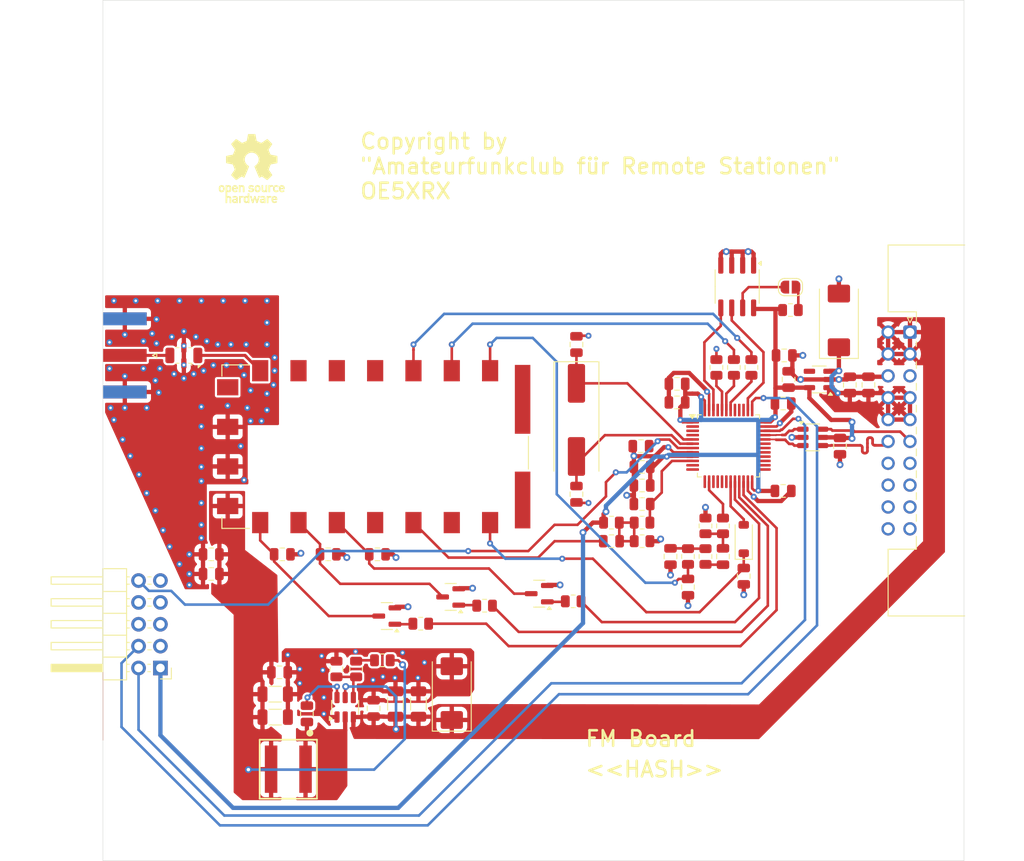
<source format=kicad_pcb>
(kicad_pcb (version 20241229) (generator "pcbnew") (generator_version "9.0")
  (title_block (title "FM Module") (rev "<<HASH>>") (company "Amateurfunkclub für Remote Stationen") (comment 1 "JLC04161H-7628"))
  (layers (0 "F.Cu" signal) (4 "In1.Cu" power) (6 "In2.Cu" power) (2 "B.Cu" signal) (13 "F.Paste" user) (15 "B.Paste" user) (5 "F.SilkS" user "F.Silkscreen") (7 "B.SilkS" user "B.Silkscreen") (1 "F.Mask" user) (3 "B.Mask" user) (25 "Edge.Cuts" user))
  (net 0 "")
  (net 1 "GND")
  (net 2 "+3V3")
  (net 3 "+5V")
  (net 4 "+12V")
  (net 5 "/Connector and CPU/nRESET")
  (net 6 "Net-(U201-PF0)")
  (net 7 "Net-(U201-PF1)")
  (net 8 "/ANT")
  (net 9 "Net-(U201-BOOT0)")
  (net 10 "/MIC_IN")
  (net 11 "/AF_OUT")
  (net 12 "/nPTT")
  (net 13 "/RADIO_RX")
  (net 14 "/RADIO_TX")
  (net 15 "/H_L_Power")
  (net 16 "/nPOWER_DOWN")
  (net 17 "/nSQUELCH")
  (net 20 "/Connector and CPU/SWCLK")
  (net 21 "/Connector and CPU/SWDIO")
  (net 25 "/Connector and CPU/I2C_SCL_MEM")
  (net 30 "/Connector and CPU/I2C_SCL")
  (net 31 "/Connector and CPU/I2C_SDA_MEM")
  (net 34 "/Connector and CPU/I2C_SDA")
  (net 37 "Net-(C301-Pad1)")
  (net 38 "Net-(C301-Pad2)")
  (net 39 "/ADC")
  (net 40 "/Connector and CPU/GPIO4")
  (net 41 "/LPF")
  (net 42 "Net-(C401-Pad1)")
  (net 45 "/GPIO3")
  (net 46 "/GPIO1")
  (net 47 "/DAC")
  (net 48 "/GPIO2")
  (net 49 "/Connector and CPU/USART_RX")
  (net 50 "/Connector and CPU/USART_TX")
  (net 52 "Net-(JP201-A)")
  (net 53 "Net-(JP201-B)")
  (net 66 "Net-(Q501-G)")
  (net 67 "Net-(Q601-G)")
  (net 68 "Net-(Q701-G)")
  (net 69 "Net-(C302-Pad1)")
  (net 71 "+5V_HF")
  (net 72 "/Connector and CPU/USB+")
  (net 73 "/Connector and CPU/USB-")
  (net 74 "/Connector and CPU/NS_USB+")
  (net 75 "/Connector and CPU/NS_USB-")
  (net 76 "/5V/TPS_SW")
  (net 77 "Net-(U801-CB)")
  (net 78 "Net-(R801-Pad2)")
  (net 79 "Net-(U801-FB)")
  (footprint "Resistor_SMD:R_0805_2012Metric" (layer "F.Cu") (at 134.8255 108.722 180)
    (property "Reference" "R501" (hide yes))
    (property "Value" "10k" (hide yes))
  )
  (footprint "Package_SO:SOIC-8_3.9x4.9mm_P1.27mm" (layer "F.Cu") (at 171.577 69.545 -90)
    (property "Reference" "U202" (hide yes))
    (property "Value" "CAT24C32" (hide yes))
  )
  (footprint "Capacitor_SMD:C_0805_2012Metric" (layer "F.Cu") (at 129.794 100.66 180)
    (property "Reference" "C601" (hide yes))
    (property "Value" "10nF/NP0" (hide yes))
  )
  (footprint "Package_TO_SOT_SMD:SOT-23-6" (layer "F.Cu") (at 180.34 87.071)
    (property "Reference" "U204" (hide yes))
    (property "Value" "USBLC6-2SC6" (hide yes))
  )
  (footprint "Capacitor_SMD:C_0805_2012Metric" (layer "F.Cu") (at 169.926 100.914 90)
    (property "Reference" "C301" (hide yes))
    (property "Value" "4.7u/10V/X5R" (hide yes))
  )
  (footprint "Resistor_SMD:R_0805_2012Metric" (layer "F.Cu") (at 130.368 112.9735 180)
    (property "Reference" "R801" (hide yes))
    (property "Value" "49R9" (hide yes))
  )
  (footprint "Resistor_SMD:R_0805_2012Metric" (layer "F.Cu") (at 152.527 106.121 180)
    (property "Reference" "R601" (hide yes))
    (property "Value" "10k" (hide yes))
  )
  (footprint "Capacitor_SMD:C_1206_3216Metric" (layer "F.Cu") (at 134.559 118.0535 90)
    (property "Reference" "C802" (hide yes))
    (property "Value" "10u" (hide yes))
  )
  (footprint "MountingHole:MountingHole_3.2mm_M3" (layer "F.Cu") (at 102.917 128.771)
    (property "Reference" "H102" (hide yes))
    (property "Value" "MountingHole" (hide yes))
  )
  (footprint "Capacitor_SMD:C_0805_2012Metric" (layer "F.Cu") (at 160.528 92.659)
    (property "Reference" "C209" (hide yes))
    (property "Value" "4.7u/10V/X5R" (hide yes))
  )
  (footprint "Symbol:OSHW-Logo_7.5x8mm_SilkScreen" (layer "F.Cu") (at 115.189 55.829)
    (property "Reference" "#SYM101" (hide yes))
    (property "Value" "OSHW-Logo_7.5x8mm_SilkScreen" (hide yes))
  )
  (footprint "Capacitor_SMD:C_0805_2012Metric" (layer "F.Cu") (at 160.401 88.087 180)
    (property "Reference" "C201" (hide yes))
    (property "Value" "100nF" (hide yes))
  )
  (footprint "Connector_Coaxial:SMA_Amphenol_132289_EdgeMount" (layer "F.Cu") (at 100.457 77.546 180)
    (property "Reference" "J101" (hide yes))
    (property "Value" "Conn_Coaxial" (hide yes))
  )
  (footprint "Jumper:SolderJumper-2_P1.3mm_Open_RoundedPad1.0x1.5mm" (layer "F.Cu") (at 177.7615 69.607)
    (property "Reference" "JP201" (hide yes))
    (property "Value" "SolderJumper_2_Open" (hide yes))
  )
  (footprint "Capacitor_SMD:C_1206_3216Metric" (layer "F.Cu") (at 117.922 116.9105 180)
    (property "Reference" "C807" (hide yes))
    (property "Value" "22u" (hide yes))
  )
  (footprint "Capacitor_SMD:C_0805_2012Metric" (layer "F.Cu") (at 124.079 100.66 180)
    (property "Reference" "C701" (hide yes))
    (property "Value" "10nF/NP0" (hide yes))
  )
  (footprint "PRJ:PCN10C-20S-2.54DS" (layer "F.Cu") (at 191.643 74.841 -90)
    (property "Reference" "J202" (hide yes))
    (property "Value" "Conn_02x10_Row_Letter_First" (hide yes))
  )
  (footprint "Capacitor_SMD:C_0805_2012Metric" (layer "F.Cu") (at 186.817 80.975 90)
    (property "Reference" "C211" (hide yes))
    (property "Value" "1uF" (hide yes))
  )
  (footprint "Package_TO_SOT_SMD:SOT-23-5" (layer "F.Cu") (at 181.102 80.34 180)
    (property "Reference" "U203" (hide yes))
    (property "Value" "TLV73333PQDBVRQ1" (hide yes))
  )
  (footprint "Resistor_SMD:R_0805_2012Metric" (layer "F.Cu") (at 167.894 100.914 90)
    (property "Reference" "R303" (hide yes))
    (property "Value" "10k" (hide yes))
  )
  (footprint "Capacitor_SMD:C_0805_2012Metric" (layer "F.Cu") (at 152.908 76.276 90)
    (property "Reference" "C203" (hide yes))
    (property "Value" "30pF" (hide yes))
  )
  (footprint "Capacitor_SMD:C_0805_2012Metric" (layer "F.Cu") (at 163.83 100.914 -90)
    (property "Reference" "C302" (hide yes))
    (property "Value" "5.6nF/X7R/100V" (hide yes))
  )
  (footprint "Capacitor_SMD:C_0805_2012Metric" (layer "F.Cu") (at 110.49 100.66)
    (property "Reference" "C101" (hide yes))
    (property "Value" "100nF" (hide yes))
  )
  (footprint "Resistor_SMD:R_0805_2012Metric" (layer "F.Cu") (at 160.528 96.977)
    (property "Reference" "R403" (hide yes))
    (property "Value" "2k2" (hide yes))
  )
  (footprint "Crystal:Crystal_SMD_HC49-SD" (layer "F.Cu") (at 152.908 85.039 -90)
    (property "Reference" "Y201" (hide yes))
    (property "Value" "8MHz / 20pF" (hide yes))
  )
  (footprint "Capacitor_SMD:C_1206_3216Metric" (layer "F.Cu") (at 131.892 118.0535 90)
    (property "Reference" "C803" (hide yes))
    (property "Value" "10u" (hide yes))
  )
  (footprint "Capacitor_SMD:C_0805_2012Metric" (layer "F.Cu") (at 177.546 80.34 90)
    (property "Reference" "C212" (hide yes))
    (property "Value" "1uF" (hide yes))
  )
  (footprint "Capacitor_Tantalum_SMD:CP_EIA-7343-43_Kemet-X" (layer "F.Cu") (at 138.43 116.789 90)
    (property "Reference" "C104" (hide yes))
    (property "Value" "100u / 25V" (hide yes))
  )
  (footprint "Package_TO_SOT_SMD:SOT-23" (layer "F.Cu") (at 138.303 105.613 180)
    (property "Reference" "Q701" (hide yes))
    (property "Value" "2N7002" (hide yes))
  )
  (footprint "PRJ:WE-XHMI_6060" (layer "F.Cu") (at 119.446 125.628 -90)
    (property "Reference" "L801" (hide yes))
    (property "Value" "6.8u" (hide yes))
  )
  (footprint "Capacitor_SMD:C_0805_2012Metric" (layer "F.Cu") (at 118.43 114.3705 180)
    (property "Reference" "C808" (hide yes))
    (property "Value" "100n" (hide yes))
  )
  (footprint "Package_TO_SOT_SMD:SOT-23-6" (layer "F.Cu") (at 126.05 118.4345 90)
    (property "Reference" "U801" (hide yes))
    (property "Value" "LMR51430 500kHz" (hide yes))
  )
  (footprint "Capacitor_SMD:C_0805_2012Metric" (layer "F.Cu") (at 177.038 77.546 180)
    (property "Reference" "C214" (hide yes))
    (property "Value" "100nF" (hide yes))
  )
  (footprint "Capacitor_SMD:C_0805_2012Metric" (layer "F.Cu") (at 121.605 119.1965 -90)
    (property "Reference" "C805" (hide yes))
    (property "Value" "100n" (hide yes))
  )
  (footprint "Capacitor_SMD:C_0805_2012Metric" (layer "F.Cu") (at 176.911 83.134 180)
    (property "Reference" "C204" (hide yes))
    (property "Value" "100nF" (hide yes))
  )
  (footprint "Capacitor_SMD:C_0805_2012Metric" (layer "F.Cu") (at 160.528 90.5)
    (property "Reference" "C208" (hide yes))
    (property "Value" "100nF" (hide yes))
  )
  (footprint "Resistor_SMD:R_0805_2012Metric" (layer "F.Cu") (at 169.926 97.358 -90)
    (property "Reference" "R301" (hide yes))
    (property "Value" "56k" (hide yes))
  )
  (footprint "Resistor_SMD:R_0805_2012Metric" (layer "F.Cu") (at 171.196 78.943 -90)
    (property "Reference" "R102" (hide yes))
    (property "Value" "220" (hide yes))
  )
  (footprint "Resistor_SMD:R_0805_2012Metric" (layer "F.Cu") (at 125.034 113.9895 90)
    (property "Reference" "R803" (hide yes))
    (property "Value" "13k7" (hide yes))
  )
  (footprint "Capacitor_Tantalum_SMD:CP_EIA-7343-43_Kemet-X" (layer "F.Cu") (at 183.388 73.482 90)
    (property "Reference" "C213" (hide yes))
    (property "Value" "100u / 25V" (hide yes))
  )
  (footprint "Resistor_SMD:R_0805_2012Metric" (layer "F.Cu") (at 169.164 78.943 90)
    (property "Reference" "R201" (hide yes))
    (property "Value" "2k2" (hide yes))
  )
  (footprint "Resistor_SMD:R_0805_2012Metric" (layer "F.Cu") (at 156.972 96.977 180)
    (property "Reference" "R401" (hide yes))
    (property "Value" "5k1" (hide yes))
  )
  (footprint "Capacitor_SMD:C_0805_2012Metric" (layer "F.Cu") (at 152.908 93.675 -90)
    (property "Reference" "C205" (hide yes))
    (property "Value" "30pF" (hide yes))
  )
  (footprint "Diode_SMD:D_SOD-123" (layer "F.Cu") (at 172.339 98.882 90)
    (property "Reference" "D101" (hide yes))
    (property "Value" "BAT43W-V" (hide yes))
  )
  (footprint "Capacitor_SMD:C_0805_2012Metric" (layer "F.Cu") (at 172.339 103.2 90)
    (property "Reference" "C103" (hide yes))
    (property "Value" "10nF/NP0" (hide yes))
  )
  (footprint "Resistor_SMD:R_0805_2012Metric" (layer "F.Cu") (at 160.528 99.136 180)
    (property "Reference" "R402" (hide yes))
    (property "Value" "5k1" (hide yes))
  )
  (footprint "Package_QFP:LQFP-48_7x7mm_P0.5mm" (layer "F.Cu") (at 170.565 88.0585)
    (property "Reference" "U201" (hide yes))
    (property "Value" "STM32F302CBTx" (hide yes))
  )
  (footprint "PRJ:DRA818" (layer "F.Cu") (at 129.53 88.149)
    (property "Reference" "U101" (hide yes))
    (property "Value" "SA818V" (hide yes))
  )
  (footprint "Capacitor_SMD:C_0805_2012Metric" (layer "F.Cu") (at 176.911 93.294 180)
    (property "Reference" "C202" (hide yes))
    (property "Value" "100nF" (hide yes))
  )
  (footprint "Package_TO_SOT_SMD:SOT-23" (layer "F.Cu") (at 130.8885 107.833 180)
    (property "Reference" "Q501" (hide yes))
    (property "Value" "2N7002" (hide yes))
  )
  (footprint "Resistor_SMD:R_0805_2012Metric" (layer "F.Cu") (at 165.862 100.914 -90)
    (property "Reference" "R304" (hide yes))
    (property "Value" "10k" (hide yes))
  )
  (footprint "Capacitor_SMD:C_0805_2012Metric" (layer "F.Cu") (at 129.352 118.5615 90)
    (property "Reference" "C804" (hide yes))
    (property "Value" "100n" (hide yes))
  )
  (footprint "Connector_PinHeader_2.54mm:PinHeader_2x05_P2.54mm_Horizontal" (layer "F.Cu") (at 104.593 113.868 180)
    (property "Reference" "J201" (hide yes))
    (property "Value" "Conn_ARM_JTAG_SWD_10" (hide yes))
  )
  (footprint "Capacitor_SMD:C_0805_2012Metric" (layer "F.Cu") (at 164.592 83.007)
    (property "Reference" "C207" (hide yes))
    (property "Value" "4.7u/10V/X5R" (hide yes))
  )
  (footprint "Filter:Filter_Mini-Circuits_FV1206" (layer "F.Cu") (at 107.315 77.546 180)
    (property "Reference" "FL101" (hide yes))
    (property "Value" "LFCN-180/490" (hide yes))
  )
  (footprint "Capacitor_SMD:C_0805_2012Metric" (layer "F.Cu") (at 160.528 94.818)
    (property "Reference" "C402" (hide yes))
    (property "Value" "10nF/NP0" (hide yes))
  )
  (footprint "Capacitor_SMD:C_1206_3216Metric" (layer "F.Cu") (at 117.922 119.5775 180)
    (property "Reference" "C806" (hide yes))
    (property "Value" "22u" (hide yes))
  )
  (footprint "Package_TO_SOT_SMD:SOT-23" (layer "F.Cu") (at 148.59 105.232 180)
    (property "Reference" "Q601" (hide yes))
    (property "Value" "2N7002" (hide yes))
  )
  (footprint "Resistor_SMD:R_0805_2012Metric" (layer "F.Cu") (at 167.894 97.358 90)
    (property "Reference" "R302" (hide yes))
    (property "Value" "10k" (hide yes))
  )
  (footprint "Resistor_SMD:R_0805_2012Metric" (layer "F.Cu") (at 177.7615 72.274)
    (property "Reference" "R202" (hide yes))
    (property "Value" "3k9" (hide yes))
  )
  (footprint "MountingHole:MountingHole_3.2mm_M3" (layer "F.Cu") (at 102.917 43.771)
    (property "Reference" "H101" (hide yes))
    (property "Value" "MountingHole" (hide yes))
  )
  (footprint "Capacitor_SMD:C_0805_2012Metric" (layer "F.Cu") (at 183.515 88.087 -90)
    (property "Reference" "C215" (hide yes))
    (property "Value" "100nF" (hide yes))
  )
  (footprint "Capacitor_SMD:C_0805_2012Metric" (layer "F.Cu") (at 118.745 100.66 180)
    (property "Reference" "C501" (hide yes))
    (property "Value" "10nF/NP0" (hide yes))
  )
  (footprint "Resistor_SMD:R_0805_2012Metric" (layer "F.Cu") (at 142.24 106.629 180)
    (property "Reference" "R701" (hide yes))
    (property "Value" "10k" (hide yes))
  )
  (footprint "Capacitor_SMD:C_0805_2012Metric" (layer "F.Cu") (at 184.658 80.975 -90)
    (property "Reference" "C210" (hide yes))
    (property "Value" "100nF" (hide yes))
  )
  (footprint "Capacitor_SMD:C_0805_2012Metric" (layer "F.Cu") (at 110.49 102.946)
    (property "Reference" "C102" (hide yes))
    (property "Value" "10uF" (hide yes))
  )
  (footprint "Capacitor_SMD:C_0805_2012Metric" (layer "F.Cu") (at 156.972 99.136 180)
    (property "Reference" "C401" (hide yes))
    (property "Value" "4.7u/10V/X5R" (hide yes))
  )
  (footprint "Capacitor_SMD:C_0805_2012Metric" (layer "F.Cu") (at 165.862 104.47 -90)
    (property "Reference" "C303" (hide yes))
    (property "Value" "5.6nF/X7R/100V" (hide yes))
  )
  (footprint "Capacitor_SMD:C_0805_2012Metric" (layer "F.Cu") (at 164.592 80.848)
    (property "Reference" "C206" (hide yes))
    (property "Value" "100nF" (hide yes))
  )
  (footprint "Resistor_SMD:R_0805_2012Metric" (layer "F.Cu") (at 173.228 78.943 -90)
    (property "Reference" "R101" (hide yes))
    (property "Value" "220" (hide yes))
  )
  (footprint "Resistor_SMD:R_0805_2012Metric" (layer "F.Cu") (at 127.32 113.9895 -90)
    (property "Reference" "R802" (hide yes))
    (property "Value" "100k" (hide yes))
  )
  (gr_line (start 97.917 114.376) (end 97.917 122.25) (stroke (width 0.1)) (layer "B.SilkS"))
  (gr_rect (start 97.917 36.271) (end 197.917 136.271) (stroke (width 0.05)) (fill no) (layer "Edge.Cuts"))
  (gr_text "Copyright by\n{dblquote}Amateurfunkclub für Remote Stationen{dblquote}\nOE5XRX" (at 127.635 59.512 0) (layer "F.SilkS") (effects (font (size 1.8 1.8) (thickness 0.3) (bold yes)) (justify left bottom)))
  (gr_text "<<HASH>>" (at 153.797 126.695 0) (layer "F.SilkS") (effects (font (size 1.8 1.8) (thickness 0.3) (bold yes)) (justify left bottom)))
  (gr_text "FM Board" (at 153.797 123.139 0) (layer "F.SilkS") (effects (font (size 1.8 1.8) (thickness 0.3) (bold yes)) (justify left bottom)))
  (segment (start 152.908 75.26) (end 154.305 75.26) (width 0.3) (layer "F.Cu") (net 1))
  (segment (start 183.515 90.246) (end 183.515 89.037) (width 0.5) (layer "F.Cu") (net 1))
  (segment (start 159.578 92.659) (end 159.578 90.5) (width 0.5) (layer "F.Cu") (net 1))
  (segment (start 177.861 83.134) (end 177.861 84.089) (width 0.5) (layer "F.Cu") (net 1))
  (segment (start 163.642 83.007) (end 163.642 80.848) (width 0.5) (layer "F.Cu") (net 1))
  (segment (start 168.072287 81.762238) (end 168.072287 81.654995) (width 0.5) (layer "F.Cu") (net 1))
  (segment (start 169.926 65.481) (end 169.672 65.735) (width 0.5) (layer "F.Cu") (net 1))
  (segment (start 140.843 104.597) (end 139.3065 104.597) (width 0.5) (layer "F.Cu") (net 1))
  (segment (start 173.482 65.735) (end 173.228 65.481) (width 0.5) (layer "F.Cu") (net 1))
  (segment (start 176.53 85.42) (end 176.1415 85.8085) (width 0.3) (layer "F.Cu") (net 1))
  (segment (start 168.315 82.004951) (end 168.072287 81.762238) (width 0.3) (layer "F.Cu") (net 1))
  (segment (start 125.869 100.66) (end 126.238 101.029) (width 0.5) (layer "F.Cu") (net 1))
  (segment (start 130.744 100.66) (end 131.584 100.66) (width 0.5) (layer "F.Cu") (net 1))
  (segment (start 186.817 80.025) (end 184.658 80.025) (width 0.5) (layer "F.Cu") (net 1))
  (segment (start 176.1415 85.8085) (end 174.7275 85.8085) (width 0.3) (layer "F.Cu") (net 1))
  (segment (start 164.1705 88.8085) (end 163.576 88.214) (width 0.3) (layer "F.Cu") (net 1))
  (segment (start 182.2395 80.34) (end 178.623 80.34) (width 0.5) (layer "F.Cu") (net 1))
  (segment (start 162.025292 89.263) (end 159.611 89.263) (width 0.5) (layer "F.Cu") (net 1))
  (segment (start 169.672 65.735) (end 169.672 67.197) (width 0.5) (layer "F.Cu") (net 1))
  (segment (start 169.164 78.007) (end 169.164 76.784) (width 0.3) (layer "F.Cu") (net 1))
  (segment (start 149.5935 104.216) (end 149.5275 104.282) (width 0.5) (layer "F.Cu") (net 1))
  (segment (start 166.4025 88.8085) (end 164.1705 88.8085) (width 0.3) (layer "F.Cu") (net 1))
  (segment (start 172.815 92.221) (end 172.815 93.28805) (width 0.3) (layer "F.Cu") (net 1))
  (segment (start 119.695 100.66) (end 120.777 100.66) (width 0.5) (layer "F.Cu") (net 1))
  (segment (start 154.3 94.686) (end 154.305 94.691) (width 0.3) (layer "F.Cu") (net 1))
  (segment (start 172.339 104.15) (end 172.339 105.359) (width 0.5) (layer "F.Cu") (net 1))
  (segment (start 131.584 100.66) (end 131.953 101.029) (width 0.5) (layer "F.Cu") (net 1))
  (segment (start 173.499975 93.973025) (end 173.99695 94.47) (width 0.5) (layer "F.Cu") (net 1))
  (segment (start 131.953 106.756) (end 131.826 106.883) (width 0.5) (layer "F.Cu") (net 1))
  (segment (start 168.315 83.896) (end 168.315 82.004951) (width 0.3) (layer "F.Cu") (net 1))
  (segment (start 159.578 93.802) (end 159.578 94.818) (width 0.5) (layer "F.Cu") (net 1))
  (segment (start 172.212 67.197) (end 172.212 65.481) (width 0.5) (layer "F.Cu") (net 1))
  (segment (start 170.942 65.481) (end 169.926 65.481) (width 0.5) (layer "F.Cu") (net 1))
  (segment (start 173.482 67.197) (end 173.482 65.735) (width 0.5) (layer "F.Cu") (net 1))
  (segment (start 179.2025 87.071) (end 177.927 87.071) (width 0.5) (layer "F.Cu") (net 1))
  (segment (start 163.83 101.864) (end 163.83 103.073) (width 0.5) (layer "F.Cu") (net 1))
  (segment (start 172.815 93.28805) (end 173.499975 93.973025) (width 0.3) (layer "F.Cu") (net 1))
  (segment (start 151.003 104.216) (end 149.5935 104.216) (width 0.5) (layer "F.Cu") (net 1))
  (segment (start 139.3065 104.597) (end 139.2405 104.663) (width 0.5) (layer "F.Cu") (net 1))
  (segment (start 163.074292 88.214) (end 162.025292 89.263) (width 0.5) (layer "F.Cu") (net 1))
  (segment (start 177.988 77.546) (end 179.197 77.546) (width 0.5) (layer "F.Cu") (net 1))
  (segment (start 120.777 100.66) (end 120.904 100.533) (width 0.5) (layer "F.Cu") (net 1))
  (segment (start 159.578 89.23) (end 159.578 88.087) (width 0.5) (layer "F.Cu") (net 1))
  (segment (start 177.988 77.546) (end 177.988 78.948) (width 0.5) (layer "F.Cu") (net 1))
  (segment (start 184.658 80.025) (end 184.343 80.34) (width 0.5) (layer "F.Cu") (net 1))
  (segment (start 172.212 65.481) (end 170.942 65.481) (width 0.5) (layer "F.Cu") (net 1))
  (segment (start 173.228 65.481) (end 172.212 65.481) (width 0.5) (layer "F.Cu") (net 1))
  (segment (start 161.4405 99.136) (end 162.433 99.136) (width 0.5) (layer "F.Cu") (net 1))
  (segment (start 159.578 90.5) (end 159.578 89.23) (width 0.5) (layer "F.Cu") (net 1))
  (segment (start 152.908 94.686) (end 154.3 94.686) (width 0.3) (layer "F.Cu") (net 1))
  (segment (start 159.578 93.802) (end 158.75 93.802) (width 0.5) (layer "F.Cu") (net 1))
  (segment (start 163.642 80.147) (end 163.642 80.848) (width 0.5) (layer "F.Cu") (net 1))
  (segment (start 164.211 79.578) (end 163.642 80.147) (width 0.5) (layer "F.Cu") (net 1))
  (segment (start 165.862 105.42) (end 165.862 106.629) (width 0.5) (layer "F.Cu") (net 1))
  (segment (start 186.817 80.025) (end 188.999 80.025) (width 0.5) (layer "F.Cu") (net 1))
  (segment (start 176.685 94.47) (end 177.861 93.294) (width 0.5) (layer "F.Cu") (net 1))
  (segment (start 183.388 70.362) (end 183.388 68.656) (width 0.5) (layer "F.Cu") (net 1))
  (segment (start 125.029 100.66) (end 125.869 100.66) (width 0.5) (layer "F.Cu") (net 1))
  (segment (start 133.35 106.756) (end 131.953 106.756) (width 0.5) (layer "F.Cu") (net 1))
  (segment (start 167.894 96.4455) (end 167.894 95.199) (width 0.5) (layer "F.Cu") (net 1))
  (segment (start 177.861 84.089) (end 176.53 85.42) (width 0.5) (layer "F.Cu") (net 1))
  (segment (start 162.433 99.136) (end 162.687 98.882) (width 0.5) (layer "F.Cu") (net 1))
  (segment (start 165.995292 79.578) (end 164.211 79.578) (width 0.5) (layer "F.Cu") (net 1))
  (segment (start 183.388 80.34) (end 182.2395 80.34) (width 0.5) (layer "F.Cu") (net 1))
  (segment (start 159.611 89.263) (end 159.578 89.23) (width 0.5) (layer "F.Cu") (net 1))
  (segment (start 170.942 67.197) (end 170.942 65.481) (width 0.5) (layer "F.Cu") (net 1))
  (segment (start 173.99695 94.47) (end 176.685 94.47) (width 0.5) (layer "F.Cu") (net 1))
  (segment (start 188.999 80.025) (end 189.103 79.921) (width 0.5) (layer "F.Cu") (net 1))
  (segment (start 163.576 88.214) (end 163.074292 88.214) (width 0.5) (layer "F.Cu") (net 1))
  (segment (start 177.988 78.948) (end 177.546 79.39) (width 0.5) (layer "F.Cu") (net 1))
  (segment (start 184.343 80.34) (end 183.388 80.34) (width 0.5) (layer "F.Cu") (net 1))
  (segment (start 159.578 92.659) (end 159.578 93.802) (width 0.5) (layer "F.Cu") (net 1))
  (segment (start 168.072287 81.654995) (end 165.995292 79.578) (width 0.5) (layer "F.Cu") (net 1))
  (segment (start 178.623 80.34) (end 177.673 79.39) (width 0.5) (layer "F.Cu") (net 1))
  (via (at 165.862 106.629) (size 0.8) (drill 0.4) (layers "F.Cu" "B.Cu") (net 1))
  (via (at 100.457 83.642) (size 0.7) (drill 0.3) (layers "F.Cu" "B.Cu") (net 1))
  (via (at 104.267 71.196) (size 0.7) (drill 0.3) (layers "F.Cu" "B.Cu") (net 1))
  (via (at 111.252 76.276) (size 0.7) (drill 0.3) (layers "F.Cu" "B.Cu") (net 1))
  (via (at 119.38 112.344) (size 0.6) (drill 0.3) (layers "F.Cu" "B.Cu") (net 1))
  (via (at 129.286 115.265) (size 0.6) (drill 0.3) (layers "F.Cu" "B.Cu") (net 1))
  (via (at 109.347 98.755) (size 0.7) (drill 0.3) (layers "F.Cu" "B.Cu") (net 1))
  (via (at 172.339 105.359) (size 0.8) (drill 0.4) (layers "F.Cu" "B.Cu") (net 1))
  (via (at 173.499975 93.973025) (size 0.7) (drill 0.3) (layers "F.Cu" "B.Cu") (net 1))
  (via (at 107.315 80.213) (size 0.7) (drill 0.3) (layers "F.Cu" "B.Cu") (net 1))
  (via (at 117.856 79.324) (size 0.7) (drill 0.3) (layers "F.Cu" "B.Cu") (net 1))
  (via (at 104.521 79.07) (size 0.7) (drill 0.3) (layers "F.Cu" "B.Cu") (net 1))
  (via (at 120.777 113.995) (size 0.6) (drill 0.3) (layers "F.Cu" "B.Cu") (net 1))
  (via (at 109.601 79.324) (size 0.7) (drill 0.3) (layers "F.Cu" "B.Cu") (net 1))
  (via (at 123.444 114.122) (size 0.6) (drill 0.3) (layers "F.Cu" "B.Cu") (net 1))
  (via (at 183.515 90.246) (size 0.8) (drill 0.4) (layers "F.Cu" "B.Cu") (net 1))
  (via (at 131.953 101.029) (size 0.8) (drill 0.4) (layers "F.Cu" "B.Cu") (net 1))
  (via (at 106.807 71.196) (size 0.7) (drill 0.3) (layers "F.Cu" "B.Cu") (net 1))
  (via (at 127.254 111.963) (size 0.6) (drill 0.3) (layers "F.Cu" "B.Cu") (net 1))
  (via (at 112.395 83.388) (size 0.7) (drill 0.3) (layers "F.Cu" "B.Cu") (net 1))
  (via (at 104.902 97.866) (size 0.7) (drill 0.3) (layers "F.Cu" "B.Cu") (net 1))
  (via (at 114.3 79.832) (size 0.7) (drill 0.3) (layers "F.Cu" "B.Cu") (net 1))
  (via (at 109.347 94.691) (size 0.7) (drill 0.3) (layers "F.Cu" "B.Cu") (net 1))
  (via (at 163.576 88.214) (size 0.7) (drill 0.3) (layers "F.Cu" "B.Cu") (net 1))
  (via (at 106.807 101.803) (size 0.7) (drill 0.3) (layers "F.Cu" "B.Cu") (net 1))
  (via (at 98.679 79.07) (size 0.7) (drill 0.3) (layers "F.Cu" "B.Cu") (net 1))
  (via (at 113.919 78.816) (size 0.7) (drill 0.3) (layers "F.Cu" "B.Cu") (net 1))
  (via (at 135.255 113.233) (size 0.6) (drill 0.3) (layers "F.Cu" "B.Cu") (net 1))
  (via (at 98.679 76.022) (size 0.7) (drill 0.3) (layers "F.Cu" "B.Cu") (net 1))
  (via (at 112.776 76.276) (size 0.7) (drill 0.3) (layers "F.Cu" "B.Cu") (net 1))
  (via (at 108.712 75.387) (size 0.7) (drill 0.3) (layers "F.Cu" "B.Cu") (net 1))
  (via (at 154.305 94.691) (size 0.7) (drill 0.3) (layers "F.Cu" "B.Cu") (net 1))
  (via (at 109.347 97.231) (size 0.7) (drill 0.3) (layers "F.Cu" "B.Cu") (net 1))
  (via (at 116.967 81.991) (size 0.7) (drill 0.3) (layers "F.Cu" "B.Cu") (net 1))
  (via (at 99.187 71.196) (size 0.7) (drill 0.3) (layers "F.Cu" "B.Cu") (net 1))
  (via (at 104.14 73.355) (size 0.7) (drill 0.3) (layers "F.Cu" "B.Cu") (net 1))
  (via (at 159.578 89.23) (size 0.8) (drill 0.4) (layers "F.Cu" "B.Cu") (net 1))
  (via (at 132.715 112.09) (size 0.6) (drill 0.3) (layers "F.Cu" "B.Cu") (net 1))
  (via (at 104.14 76.149) (size 0.7) (drill 0.3) (layers "F.Cu" "B.Cu") (net 1))
  (via (at 117.856 77.8) (size 0.7) (drill 0.3) (layers "F.Cu" "B.Cu") (net 1))
  (via (at 177.927 87.071) (size 0.8) (drill 0.4) (layers "F.Cu" "B.Cu") (net 1))
  (via (at 107.315 74.752) (size 0.7) (drill 0.3) (layers "F.Cu" "B.Cu") (net 1))
  (via (at 105.664 99.771) (size 0.7) (drill 0.3) (layers "F.Cu" "B.Cu") (net 1))
  (via (at 109.347 83.515) (size 0.7) (drill 0.3) (layers "F.Cu" "B.Cu") (net 1))
  (via (at 130.429 114.884) (size 0.6) (drill 0.3) (layers "F.Cu" "B.Cu") (net 1))
  (via (at 151.003 104.216) (size 0.8) (drill 0.4) (layers "F.Cu" "B.Cu") (net 1))
  (via (at 109.347 71.196) (size 0.7) (drill 0.3) (layers "F.Cu" "B.Cu") (net 1))
  (via (at 109.347 88.341) (size 0.7) (drill 0.3) (layers "F.Cu" "B.Cu") (net 1))
  (via (at 102.616 75.895) (size 0.7) (drill 0.3) (layers "F.Cu" "B.Cu") (net 1))
  (via (at 120.777 115.646) (size 0.6) (drill 0.3) (layers "F.Cu" "B.Cu") (net 1))
  (via (at 103.632 75.006) (size 0.7) (drill 0.3) (layers "F.Cu" "B.Cu") (net 1))
  (via (at 163.83 103.073) (size 0.8) (drill 0.4) (layers "F.Cu" "B.Cu") (net 1))
  (via (at 105.918 75.387) (size 0.7) (drill 0.3) (layers "F.Cu" "B.Cu") (net 1))
  (via (at 133.35 106.756) (size 0.8) (drill 0.4) (layers "F.Cu" "B.Cu") (net 1))
  (via (at 107.95 104.216) (size 0.7) (drill 0.3) (layers "F.Cu" "B.Cu") (net 1))
  (via (at 101.092 89.23) (size 0.7) (drill 0.3) (layers "F.Cu" "B.Cu") (net 1))
  (via (at 102.997 83.642) (size 0.7) (drill 0.3) (layers "F.Cu" "B.Cu") (net 1))
  (via (at 109.347 85.801) (size 0.7) (drill 0.3) (layers "F.Cu" "B.Cu") (net 1))
  (via (at 114.554 76.276) (size 0.7) (drill 0.3) (layers "F.Cu" "B.Cu") (net 1))
  (via (at 114.681 83.642) (size 0.7) (drill 0.3) (layers "F.Cu" "B.Cu") (net 1))
  (via (at 183.388 80.34) (size 0.8) (drill 0.4) (layers "F.Cu" "B.Cu") (net 1))
  (via (at 168.072287 81.762238) (size 0.7) (drill 0.3) (layers "F.Cu" "B.Cu") (net 1))
  (via (at 116.967 73.736) (size 0.7) (drill 0.3) (layers "F.Cu" "B.Cu") (net 1))
  (via (at 110.744 78.689) (size 0.7) (drill 0.3) (layers "F.Cu" "B.Cu") (net 1))
  (via (at 109.347 90.5) (size 0.7) (drill 0.3) (layers "F.Cu" "B.Cu") (net 1))
  (via (at 169.164 76.784) (size 0.7) (drill 0.3) (layers "F.Cu" "B.Cu") (net 1))
  (via (at 179.197 77.546) (size 0.8) (drill 0.4) (layers "F.Cu" "B.Cu") (net 1))
  (via (at 170.307 65.481) (size 0.8) (drill 0.4) (layers "F.Cu" "B.Cu") (net 1))
  (via (at 107.95 102.946) (size 0.7) (drill 0.3) (layers "F.Cu" "B.Cu") (net 1))
  (via (at 115.062 85.166) (size 0.7) (drill 0.3) (layers "F.Cu" "B.Cu") (net 1))
  (via (at 109.347 92.151) (size 0.7) (drill 0.3) (layers "F.Cu" "B.Cu") (net 1))
  (via (at 123.571 117.297) (size 0.6) (drill 0.3) (layers "F.Cu" "B.Cu") (net 1))
  (via (at 162.687 98.882) (size 0.8) (drill 0.4) (layers "F.Cu" "B.Cu") (net 1))
  (via (at 114.3 92.024) (size 0.7) (drill 0.3) (layers "F.Cu" "B.Cu") (net 1))
  (via (at 101.727 71.196) (size 0.7) (drill 0.3) (layers "F.Cu" "B.Cu") (net 1))
  (via (at 116.332 85.166) (size 0.7) (drill 0.3) (layers "F.Cu" "B.Cu") (net 1))
  (via (at 116.967 71.196) (size 0.7) (drill 0.3) (layers "F.Cu" "B.Cu") (net 1))
  (via (at 100.457 79.959) (size 0.7) (drill 0.3) (layers "F.Cu" "B.Cu") (net 1))
  (via (at 100.457 75.133) (size 0.7) (drill 0.3) (layers "F.Cu" "B.Cu") (net 1))
  (via (at 158.75 93.802) (size 0.8) (drill 0.4) (layers "F.Cu" "B.Cu") (net 1))
  (via (at 117.729 80.975) (size 0.7) (drill 0.3) (layers "F.Cu" "B.Cu") (net 1))
  (via (at 102.108 91.389) (size 0.7) (drill 0.3) (layers "F.Cu" "B.Cu") (net 1))
  (via (at 99.187 85.039) (size 0.7) (drill 0.3) (layers "F.Cu" "B.Cu") (net 1))
  (via (at 172.847 65.481) (size 0.8) (drill 0.4) (layers "F.Cu" "B.Cu") (net 1))
  (via (at 112.268 78.689) (size 0.7) (drill 0.3) (layers "F.Cu" "B.Cu") (net 1))
  (via (at 107.95 100.66) (size 0.7) (drill 0.3) (layers "F.Cu" "B.Cu") (net 1))
  (via (at 109.982 75.895) (size 0.7) (drill 0.3) (layers "F.Cu" "B.Cu") (net 1))
  (via (at 106.172 79.705) (size 0.7) (drill 0.3) (layers "F.Cu" "B.Cu") (net 1))
  (via (at 116.967 83.896) (size 0.7) (drill 0.3) (layers "F.Cu" "B.Cu") (net 1))
  (via (at 100.203 87.325) (size 0.7) (drill 0.3) (layers "F.Cu" "B.Cu") (net 1))
  (via (at 114.427 71.196) (size 0.7) (drill 0.3) (layers "F.Cu" "B.Cu") (net 1))
  (via (at 140.843 104.597) (size 0.8) (drill 0.4) (layers "F.Cu" "B.Cu") (net 1))
  (via (at 98.806 83.642) (size 0.7) (drill 0.3) (layers "F.Cu" "B.Cu") (net 1))
  (via (at 104.013 80.467) (size 0.7) (drill 0.3) (layers "F.Cu" "B.Cu") (net 1))
  (via (at 120.904 100.533) (size 0.8) (drill 0.4) (layers "F.Cu" "B.Cu") (net 1))
  (via (at 102.997 93.548) (size 0.7) (drill 0.3) (layers "F.Cu" "B.Cu") (net 1))
  (via (at 104.013 95.58) (size 0.7) (drill 0.3) (layers "F.Cu" "B.Cu") (net 1))
  (via (at 131.826 115.011) (size 0.6) (drill 0.3) (layers "F.Cu" "B.Cu") (net 1))
  (via (at 116.967 76.276) (size 0.7) (drill 0.3) (layers "F.Cu" "B.Cu") (net 1))
  (via (at 176.53 85.42) (size 0.7) (drill 0.3) (layers "F.Cu" "B.Cu") (net 1))
  (via (at 183.388 68.656) (size 0.8) (drill 0.4) (layers "F.Cu" "B.Cu") (net 1))
  (via (at 104.394 81.864) (size 0.7) (drill 0.3) (layers "F.Cu" "B.Cu") (net 1))
  (via (at 102.616 79.07) (size 0.7) (drill 0.3) (layers "F.Cu" "B.Cu") (net 1))
  (via (at 178.943 80.34) (size 0.8) (drill 0.4) (layers "F.Cu" "B.Cu") (net 1))
  (via (at 108.458 79.705) (size 0.7) (drill 0.3) (layers "F.Cu" "B.Cu") (net 1))
  (via (at 126.238 101.029) (size 0.8) (drill 0.4) (layers "F.Cu" "B.Cu") (net 1))
  (via (at 115.062 81.61) (size 0.7) (drill 0.3) (layers "F.Cu" "B.Cu") (net 1))
  (via (at 167.894 95.199) (size 0.8) (drill 0.4) (layers "F.Cu" "B.Cu") (net 1))
  (via (at 111.887 71.196) (size 0.7) (drill 0.3) (layers "F.Cu" "B.Cu") (net 1))
  (via (at 154.305 75.26) (size 0.7) (drill 0.3) (layers "F.Cu" "B.Cu") (net 1))
  (via (at 123.571 119.202) (size 0.6) (drill 0.3) (layers "F.Cu" "B.Cu") (net 1))
  (via (at 134.493 115.011) (size 0.6) (drill 0.3) (layers "F.Cu" "B.Cu") (net 1))
  (via (at 123.317 112.471) (size 0.6) (drill 0.3) (layers "F.Cu" "B.Cu") (net 1))
  (via (at 113.919 88.087) (size 0.7) (drill 0.3) (layers "F.Cu" "B.Cu") (net 1))
  (segment (start 100.5445 81.737) (end 100.4855 81.796) (width 0.5) (layer "B.Cu") (net 1))
  (segment (start 100.5445 73.355) (end 100.4855 73.296) (width 0.5) (layer "B.Cu") (net 1))
  (segment (start 176.722 72.147) (end 176.849 72.274) (width 0.5) (layer "F.Cu") (net 2))
  (segment (start 176.022 72.147) (end 176.722 72.147) (width 0.5) (layer "F.Cu") (net 2))
  (segment (start 183.515 87.137) (end 184.851 87.137) (width 0.5) (layer "F.Cu") (net 2))
  (segment (start 175.967773 84.717216) (end 176.022 84.662989) (width 0.5) (layer "F.Cu") (net 2))
  (segment (start 177.673 81.29) (end 176.088 81.29) (width 0.5) (layer "F.Cu") (net 2))
  (segment (start 165.2425 85.3085) (end 164.973 85.039) (width 0.3) (layer "F.Cu") (net 2))
  (segment (start 161.478 92.659) (end 161.478 90.5) (width 0.5) (layer "F.Cu") (net 2))
  (segment (start 164.973 83.576) (end 165.542 83.007) (width 0.5) (layer "F.Cu") (net 2))
  (segment (start 166.37 81.991) (end 165.735 81.991) (width 0.5) (layer "F.Cu") (net 2))
  (segment (start 176.022 81.356) (end 176.022 72.147) (width 0.5) (layer "F.Cu") (net 2))
  (segment (start 176.022 84.662989) (end 176.022 81.356) (width 0.5) (layer "F.Cu") (net 2))
  (segment (start 173.355 93.04) (end 173.558217 93.243217) (width 0.3) (layer "F.Cu") (net 2))
  (segment (start 183.449 87.071) (end 183.515 87.137) (width 0.5) (layer "F.Cu") (net 2))
  (segment (start 184.851 87.137) (end 184.912 87.198) (width 0.5) (layer "F.Cu") (net 2))
  (segment (start 167.815 82.801) (end 167.386 82.372) (width 0.3) (layer "F.Cu") (net 2))
  (segment (start 156.0595 96.977) (end 156.0595 95.9845) (width 0.5) (layer "F.Cu") (net 2))
  (segment (start 173.315 93) (end 173.355 93.04) (width 0.3) (layer "F.Cu") (net 2))
  (segment (start 154.813 96.977) (end 156.0595 96.977) (width 0.5) (layer "F.Cu") (net 2))
  (segment (start 184.658 85.039) (end 182.499 85.039) (width 0.5) (layer "F.Cu") (net 2))
  (segment (start 181.4775 87.071) (end 183.449 87.071) (width 0.5) (layer "F.Cu") (net 2))
  (segment (start 179.9645 81.29) (end 177.673 81.29) (width 0.5) (layer "F.Cu") (net 2))
  (segment (start 175.961 93.294) (end 174.077431 93.294) (width 0.5) (layer "F.Cu") (net 2))
  (segment (start 175.4985 85.3085) (end 176.022 84.785) (width 0.3) (layer "F.Cu") (net 2))
  (segment (start 173.315 92.221) (end 173.315 93) (width 0.3) (layer "F.Cu") (net 2))
  (segment (start 163.4005 89.3085) (end 162.9895 89.3085) (width 0.5) (layer "F.Cu") (net 2))
  (segment (start 165.542 80.848) (end 165.542 83.007) (width 0.5) (layer "F.Cu") (net 2))
  (segment (start 164.973 85.039) (end 164.973 83.576) (width 0.5) (layer "F.Cu") (net 2))
  (segment (start 161.798 90.5) (end 161.478 90.5) (width 0.5) (layer "F.Cu") (net 2))
  (segment (start 179.959 82.499) (end 179.9645 82.4935) (width 0.5) (layer "F.Cu") (net 2))
  (segment (start 163.4005 89.3085) (end 166.4025 89.3085) (width 0.3) (layer "F.Cu") (net 2))
  (segment (start 179.9645 82.4935) (end 179.9645 81.29) (width 0.5) (layer "F.Cu") (net 2))
  (segment (start 173.482 72.147) (end 176.022 72.147) (width 0.5) (layer "F.Cu") (net 2))
  (segment (start 162.9895 89.3085) (end 161.798 90.5) (width 0.5) (layer "F.Cu") (net 2))
  (segment (start 156.0595 95.9845) (end 156.337 95.707) (width 0.5) (layer "F.Cu") (net 2))
  (segment (start 182.499 85.039) (end 179.959 82.499) (width 0.5) (layer "F.Cu") (net 2))
  (segment (start 176.022 84.771443) (end 175.967773 84.717216) (width 0.5) (layer "F.Cu") (net 2))
  (segment (start 167.815 83.896) (end 167.815 82.801) (width 0.3) (layer "F.Cu") (net 2))
  (segment (start 174.7275 85.3085) (end 175.4985 85.3085) (width 0.3) (layer "F.Cu") (net 2))
  (segment (start 167.005 81.991) (end 166.37 81.991) (width 0.5) (layer "F.Cu") (net 2))
  (segment (start 174.077431 93.294) (end 174.026648 93.243217) (width 0.5) (layer "F.Cu") (net 2))
  (segment (start 176.022 84.785) (end 176.022 84.771443) (width 0.5) (layer "F.Cu") (net 2))
  (segment (start 176.088 81.29) (end 176.022 81.356) (width 0.5) (layer "F.Cu") (net 2))
  (segment (start 167.386 82.372) (end 167.005 81.991) (width 0.5) (layer "F.Cu") (net 2))
  (segment (start 166.4025 85.3085) (end 165.2425 85.3085) (width 0.3) (layer "F.Cu") (net 2))
  (segment (start 153.67 98.12) (end 154.813 96.977) (width 0.5) (layer "F.Cu") (net 2))
  (segment (start 173.558217 93.243217) (end 174.026648 93.243217) (width 0.3) (layer "F.Cu") (net 2))
  (segment (start 184.912 85.293) (end 184.658 85.039) (width 0.5) (layer "F.Cu") (net 2))
  (via (at 184.912 85.293) (size 0.8) (drill 0.4) (layers "F.Cu" "B.Cu") (net 2))
  (via (at 174.026648 93.243217) (size 0.7) (drill 0.3) (layers "F.Cu" "B.Cu") (net 2))
  (via (at 167.386 82.372) (size 0.7) (drill 0.3) (layers "F.Cu" "B.Cu") (net 2))
  (via (at 184.912 87.198) (size 0.8) (drill 0.4) (layers "F.Cu" "B.Cu") (net 2))
  (via (at 164.973 85.039) (size 0.7) (drill 0.3) (layers "F.Cu" "B.Cu") (net 2))
  (via (at 163.4005 89.3085) (size 0.7) (drill 0.3) (layers "F.Cu" "B.Cu") (net 2))
  (via (at 156.337 95.707) (size 0.8) (drill 0.4) (layers "F.Cu" "B.Cu") (net 2))
  (via (at 175.967773 84.717216) (size 0.7) (drill 0.3) (layers "F.Cu" "B.Cu") (net 2))
  (via (at 153.67 98.12) (size 0.8) (drill 0.4) (layers "F.Cu" "B.Cu") (net 2))
  (segment (start 184.912 87.198) (end 184.912 85.293) (width 0.5) (layer "B.Cu") (net 2))
  (segment (start 156.337 95.011504) (end 162.040004 89.3085) (width 0.5) (layer "B.Cu") (net 2))
  (segment (start 174.026648 93.243217) (end 174.026648 89.103) (width 0.5) (layer "B.Cu") (net 2))
  (segment (start 104.593 121.687) (end 104.593 113.868) (width 0.5) (layer "B.Cu") (net 2))
  (segment (start 174.026648 89.103) (end 174.026648 85.129352) (width 0.5) (layer "B.Cu") (net 2))
  (segment (start 175.708784 84.717216) (end 175.387 85.039) (width 0.5) (layer "B.Cu") (net 2))
  (segment (start 156.337 95.707) (end 156.337 95.011504) (width 0.5) (layer "B.Cu") (net 2))
  (segment (start 153.67 98.12) (end 153.67 108.661) (width 0.5) (layer "B.Cu") (net 2))
  (segment (start 153.67 108.661) (end 132.207 130.124) (width 0.5) (layer "B.Cu") (net 2))
  (segment (start 162.040004 89.3085) (end 163.4005 89.3085) (width 0.5) (layer "B.Cu") (net 2))
  (segment (start 167.386 82.372) (end 167.386 85.039) (width 0.5) (layer "B.Cu") (net 2))
  (segment (start 175.967773 84.717216) (end 175.708784 84.717216) (width 0.5) (layer "B.Cu") (net 2))
  (segment (start 175.387 85.039) (end 174.117 85.039) (width 0.5) (layer "B.Cu") (net 2))
  (segment (start 163.606 89.103) (end 174.026648 89.103) (width 0.5) (layer "B.Cu") (net 2))
  (segment (start 132.207 130.124) (end 113.03 130.124) (width 0.5) (layer "B.Cu") (net 2))
  (segment (start 163.4005 89.3085) (end 163.606 89.103) (width 0.5) (layer "B.Cu") (net 2))
  (segment (start 167.386 85.039) (end 164.973 85.039) (width 0.5) (layer "B.Cu") (net 2))
  (segment (start 174.117 85.039) (end 167.386 85.039) (width 0.5) (layer "B.Cu") (net 2))
  (segment (start 174.026648 85.129352) (end 174.117 85.039) (width 0.5) (layer "B.Cu") (net 2))
  (segment (start 113.03 130.124) (end 104.593 121.687) (width 0.5) (layer "B.Cu") (net 2))
  (segment (start 183.261 81.925) (end 182.8745 81.925) (width 0.5) (layer "F.Cu") (net 3))
  (segment (start 184.658 81.925) (end 183.261 81.925) (width 0.5) (layer "F.Cu") (net 3))
  (segment (start 191.643 85.001) (end 191.643 82.461) (width 0.5) (layer "F.Cu") (net 3))
  (segment (start 189.103 85.001) (end 189.103 82.461) (width 0.5) (layer "F.Cu") (net 3))
  (segment (start 182.289503 79.339997) (end 182.2395 79.39) (width 0.5) (layer "F.Cu") (net 3))
  (segment (start 189.103 82.461) (end 191.643 82.461) (width 0.5) (layer "F.Cu") (net 3))
  (segment (start 183.388 76.602) (end 183.388 79.339997) (width 0.5) (layer "F.Cu") (net 3))
  (segment (start 188.567 81.925) (end 189.103 82.461) (width 0.5) (layer "F.Cu") (net 3))
  (segment (start 191.643 85.001) (end 189.103 85.001) (width 0.5) (layer "F.Cu") (net 3))
  (segment (start 182.8745 81.925) (end 182.2395 81.29) (width 0.5) (layer "F.Cu") (net 3))
  (segment (start 184.658 81.925) (end 188.567 81.925) (width 0.5) (layer "F.Cu") (net 3))
  (segment (start 184.531 82.052) (end 184.658 81.925) (width 0.5) (layer "F.Cu") (net 3))
  (segment (start 183.388 79.339997) (end 182.289503 79.339997) (width 0.5) (layer "F.Cu") (net 3))
  (via (at 183.261 81.925) (size 0.7) (drill 0.3) (layers "F.Cu" "B.Cu") (net 3))
  (via (at 183.388 79.339997) (size 0.8) (drill 0.4) (layers "F.Cu" "B.Cu") (net 3))
  (segment (start 182.537 81.201) (end 182.537 79.987504) (width 0.5) (layer "B.Cu") (net 3))
  (segment (start 182.537 79.987504) (end 183.184507 79.339997) (width 0.5) (layer "B.Cu") (net 3))
  (segment (start 183.261 81.925) (end 182.537 81.201) (width 0.5) (layer "B.Cu") (net 3))
  (segment (start 183.184507 79.339997) (end 183.388 79.339997) (width 0.5) (layer "B.Cu") (net 3))
  (segment (start 191.643 74.841) (end 191.643 77.381) (width 0.5) (layer "F.Cu") (net 4))
  (segment (start 126.05 116.088) (end 126.111 116.027) (width 0.3) (layer "F.Cu") (net 4))
  (segment (start 191.643 77.381) (end 189.103 77.381) (width 0.5) (layer "F.Cu") (net 4))
  (segment (start 189.103 74.841) (end 191.643 74.841) (width 0.5) (layer "F.Cu") (net 4))
  (segment (start 189.103 77.381) (end 189.103 74.841) (width 0.5) (layer "F.Cu") (net 4))
  (segment (start 126.05 117.297) (end 126.05 116.088) (width 0.3) (layer "F.Cu") (net 4))
  (via (at 131.953 120.98) (size 0.8) (drill 0.4) (layers "F.Cu" "B.Cu") (net 4))
  (via (at 126.111 116.027) (size 0.8) (drill 0.4) (layers "F.Cu" "B.Cu") (net 4))
  (segment (start 131.953 117.17) (end 131.953 120.98) (width 0.3) (layer "B.Cu") (net 4))
  (segment (start 130.81 116.027) (end 131.953 117.17) (width 0.3) (layer "B.Cu") (net 4))
  (segment (start 126.111 116.027) (end 130.81 116.027) (width 0.3) (layer "B.Cu") (net 4))
  (segment (start 156.337 93.929) (end 156.337 92.278) (width 0.3) (layer "F.Cu") (net 5))
  (segment (start 164.6865 88.3085) (end 163.703 87.325) (width 0.3) (layer "F.Cu") (net 5))
  (segment (start 153.035 97.231) (end 156.337 93.929) (width 0.3) (layer "F.Cu") (net 5))
  (segment (start 163.703 87.325) (end 162.494 87.325) (width 0.3) (layer "F.Cu") (net 5))
  (segment (start 140.335 100.279) (end 147.32 100.279) (width 0.3) (layer "F.Cu") (net 5))
  (segment (start 147.32 100.279) (end 150.368 97.231) (width 0.3) (layer "F.Cu") (net 5))
  (segment (start 150.368 97.231) (end 153.035 97.231) (width 0.3) (layer "F.Cu") (net 5))
  (segment (start 162.494 87.325) (end 161.478 88.341) (width 0.3) (layer "F.Cu") (net 5))
  (segment (start 166.4025 88.3085) (end 164.6865 88.3085) (width 0.3) (layer "F.Cu") (net 5))
  (segment (start 156.337 92.278) (end 157.48 91.135) (width 0.3) (layer "F.Cu") (net 5))
  (via (at 162.3365 87.517) (size 0.7) (drill 0.3) (layers "F.Cu" "B.Cu") (net 5))
  (via (at 140.335 100.279) (size 0.7) (drill 0.3) (layers "F.Cu" "B.Cu") (net 5))
  (via (at 157.48 91.135) (size 0.7) (drill 0.3) (layers "F.Cu" "B.Cu") (net 5))
  (segment (start 117.094 106.502) (end 107.442 106.502) (width 0.3) (layer "B.Cu") (net 5))
  (segment (start 105.849 104.909) (end 103.254 104.909) (width 0.3) (layer "B.Cu") (net 5))
  (segment (start 162.3365 87.533576) (end 162.3365 87.517) (width 0.3) (layer "B.Cu") (net 5))
  (segment (start 140.335 100.279) (end 123.317 100.279) (width 0.3) (layer "B.Cu") (net 5))
  (segment (start 157.48 91.135) (end 158.735076 91.135) (width 0.3) (layer "B.Cu") (net 5))
  (segment (start 107.442 106.502) (end 105.849 104.909) (width 0.3) (layer "B.Cu") (net 5))
  (segment (start 103.254 104.909) (end 102.053 103.708) (width 0.3) (layer "B.Cu") (net 5))
  (segment (start 158.735076 91.135) (end 162.3365 87.533576) (width 0.3) (layer "B.Cu") (net 5))
  (segment (start 123.317 100.279) (end 117.094 106.502) (width 0.3) (layer "B.Cu") (net 5))
  (segment (start 166.4025 87.3085) (end 165.3375 87.3085) (width 0.3) (layer "F.Cu") (net 6))
  (segment (start 158.818 80.789) (end 152.908 80.789) (width 0.3) (layer "F.Cu") (net 6))
  (segment (start 165.3375 87.3085) (end 158.818 80.789) (width 0.3) (layer "F.Cu") (net 6))
  (segment (start 152.908 77.16) (end 152.908 80.789) (width 0.3) (layer "F.Cu") (net 6))
  (segment (start 156.21 86.817) (end 153.738 89.289) (width 0.3) (layer "F.Cu") (net 7))
  (segment (start 166.4025 87.8085) (end 164.9485 87.8085) (width 0.3) (layer "F.Cu") (net 7))
  (segment (start 163.957 86.817) (end 156.21 86.817) (width 0.3) (layer "F.Cu") (net 7))
  (segment (start 152.908 92.786) (end 152.908 89.289) (width 0.3) (layer "F.Cu") (net 7))
  (segment (start 164.9485 87.8085) (end 163.957 86.817) (width 0.3) (layer "F.Cu") (net 7))
  (segment (start 153.738 89.289) (end 152.908 89.289) (width 0.3) (layer "F.Cu") (net 7))
  (segment (start 105.69 77.546) (end 100.4855 77.546) (width 0.3493) (layer "F.Cu") (net 8))
  (segment (start 169.815 81.753) (end 169.164 81.102) (width 0.3) (layer "F.Cu") (net 9))
  (segment (start 169.164 81.102) (end 169.164 79.832) (width 0.3) (layer "F.Cu") (net 9))
  (segment (start 169.815 83.896) (end 169.815 81.753) (width 0.3) (layer "F.Cu") (net 9))
  (segment (start 164.78 103.52) (end 164.338 103.962) (width 0.3) (layer "F.Cu") (net 10))
  (segment (start 165.862 101.8265) (end 165.862 103.52) (width 0.3) (layer "F.Cu") (net 10))
  (segment (start 142.88 76.281) (end 142.875 76.276) (width 0.3) (layer "F.Cu") (net 10))
  (segment (start 166.2805 101.864) (end 166.243 101.8265) (width 0.3) (layer "F.Cu") (net 10))
  (segment (start 142.88 79.324) (end 142.88 76.281) (width 0.3) (layer "F.Cu") (net 10))
  (segment (start 165.862 103.52) (end 164.78 103.52) (width 0.3) (layer "F.Cu") (net 10))
  (via (at 164.338 103.962) (size 0.7) (drill 0.3) (layers "F.Cu" "B.Cu") (net 10))
  (via (at 142.875 76.276) (size 0.7) (drill 0.3) (layers "F.Cu" "B.Cu") (net 10))
  (segment (start 150.622 93.675) (end 160.909 103.962) (width 0.3) (layer "B.Cu") (net 10))
  (segment (start 142.875 76.276) (end 143.637 75.514) (width 0.3) (layer "B.Cu") (net 10))
  (segment (start 143.637 75.514) (end 147.828 75.514) (width 0.3) (layer "B.Cu") (net 10))
  (segment (start 160.909 103.962) (end 164.338 103.962) (width 0.3) (layer "B.Cu") (net 10))
  (segment (start 147.828 75.514) (end 150.622 78.308) (width 0.3) (layer "B.Cu") (net 10))
  (segment (start 150.622 78.308) (end 150.622 93.675) (width 0.3) (layer "B.Cu") (net 10))
  (segment (start 150.368 99.136) (end 148.463 101.041) (width 0.3) (layer "F.Cu") (net 11))
  (segment (start 156.022 99.136) (end 150.368 99.136) (width 0.3) (layer "F.Cu") (net 11))
  (segment (start 138.047 101.041) (end 133.98 96.974) (width 0.3) (layer "F.Cu") (net 11))
  (segment (start 148.463 101.041) (end 138.047 101.041) (width 0.3) (layer "F.Cu") (net 11))
  (segment (start 142.748 102.311) (end 129.413 102.311) (width 0.3) (layer "F.Cu") (net 12))
  (segment (start 125.08 96.974) (end 125.158 96.974) (width 0.3) (layer "F.Cu") (net 12))
  (segment (start 128.844 101.742) (end 128.844 100.66) (width 0.3) (layer "F.Cu") (net 12))
  (segment (start 145.669 105.232) (end 142.748 102.311) (width 0.3) (layer "F.Cu") (net 12))
  (segment (start 125.158 96.974) (end 128.844 100.66) (width 0.3) (layer "F.Cu") (net 12))
  (segment (start 147.6525 105.232) (end 145.669 105.232) (width 0.3) (layer "F.Cu") (net 12))
  (segment (start 129.413 102.311) (end 128.844 101.742) (width 0.3) (layer "F.Cu") (net 12))
  (segment (start 133.98 76.916) (end 133.98 79.324) (width 0.3) (layer "F.Cu") (net 13))
  (segment (start 173.228 78.007) (end 173.228 77.165) (width 0.3) (layer "F.Cu") (net 13))
  (segment (start 133.985 76.911) (end 133.98 76.916) (width 0.3) (layer "F.Cu") (net 13))
  (segment (start 133.985 76.276) (end 133.985 76.911) (width 0.3) (layer "F.Cu") (net 13))
  (segment (start 173.228 77.165) (end 171.577 75.514) (width 0.3) (layer "F.Cu") (net 13))
  (via (at 133.985 76.276) (size 0.7) (drill 0.3) (layers "F.Cu" "B.Cu") (net 13))
  (via (at 171.577 75.514) (size 0.7) (drill 0.3) (layers "F.Cu" "B.Cu") (net 13))
  (segment (start 171.577 75.514) (end 168.783 72.72) (width 0.3) (layer "B.Cu") (net 13))
  (segment (start 168.783 72.72) (end 137.541 72.72) (width 0.3) (layer "B.Cu") (net 13))
  (segment (start 137.541 72.72) (end 133.985 76.276) (width 0.3) (layer "B.Cu") (net 13))
  (segment (start 171.196 76.911) (end 170.18 75.895) (width 0.3) (layer "F.Cu") (net 14))
  (segment (start 171.196 78.007) (end 171.196 76.911) (width 0.3) (layer "F.Cu") (net 14))
  (segment (start 138.43 76.276) (end 138.43 79.324) (width 0.3) (layer "F.Cu") (net 14))
  (via (at 138.43 76.276) (size 0.7) (drill 0.3) (layers "F.Cu" "B.Cu") (net 14))
  (via (at 170.18 75.895) (size 0.7) (drill 0.3) (layers "F.Cu" "B.Cu") (net 14))
  (segment (start 168.148 73.863) (end 170.18 75.895) (width 0.3) (layer "B.Cu") (net 14))
  (segment (start 138.43 76.276) (end 140.843 73.863) (width 0.3) (layer "B.Cu") (net 14))
  (segment (start 140.843 73.863) (end 168.148 73.863) (width 0.3) (layer "B.Cu") (net 14))
  (segment (start 116.18 96.974) (end 116.18 99.045) (width 0.3) (layer "F.Cu") (net 15))
  (segment (start 116.18 99.045) (end 117.795 100.66) (width 0.3) (layer "F.Cu") (net 15))
  (segment (start 117.795 101.488) (end 117.795 100.66) (width 0.3) (layer "F.Cu") (net 15))
  (segment (start 124.14 107.833) (end 117.795 101.488) (width 0.3) (layer "F.Cu") (net 15))
  (segment (start 129.951 107.833) (end 124.14 107.833) (width 0.3) (layer "F.Cu") (net 15))
  (segment (start 123.129 101.742) (end 123.129 100.66) (width 0.3) (layer "F.Cu") (net 16))
  (segment (start 137.3655 105.613) (end 135.8415 104.089) (width 0.3) (layer "F.Cu") (net 16))
  (segment (start 123.129 99.473) (end 123.129 100.66) (width 0.3) (layer "F.Cu") (net 16))
  (segment (start 120.63 96.974) (end 123.129 99.473) (width 0.3) (layer "F.Cu") (net 16))
  (segment (start 135.8415 104.089) (end 125.476 104.089) (width 0.3) (layer "F.Cu") (net 16))
  (segment (start 125.476 104.089) (end 123.129 101.742) (width 0.3) (layer "F.Cu") (net 16))
  (segment (start 154.813 101.168) (end 151.257 101.168) (width 0.3) (layer "F.Cu") (net 17))
  (segment (start 161.025 107.38) (end 154.813 101.168) (width 0.3) (layer "F.Cu") (net 17))
  (segment (start 172.339 100.532) (end 172.339 102.25) (width 0.3) (layer "F.Cu") (net 17))
  (segment (start 172.339 102.25) (end 167.209 107.38) (width 0.3) (layer "F.Cu") (net 17))
  (segment (start 142.875 99.39) (end 142.875 96.979) (width 0.3) (layer "F.Cu") (net 17))
  (segment (start 167.209 107.38) (end 161.025 107.38) (width 0.3) (layer "F.Cu") (net 17))
  (segment (start 142.875 96.979) (end 142.88 96.974) (width 0.3) (layer "F.Cu") (net 17))
  (via (at 142.875 99.39) (size 0.7) (drill 0.3) (layers "F.Cu" "B.Cu") (net 17))
  (via (at 151.257 101.168) (size 0.7) (drill 0.3) (layers "F.Cu" "B.Cu") (net 17))
  (segment (start 144.653 101.168) (end 142.875 99.39) (width 0.3) (layer "B.Cu") (net 17))
  (segment (start 151.257 101.168) (end 144.653 101.168) (width 0.3) (layer "B.Cu") (net 17))
  (segment (start 173.315 82.92) (end 173.315 83.896) (width 0.3) (layer "F.Cu") (net 20))
  (segment (start 173.736 82.499) (end 173.315 82.92) (width 0.3) (layer "F.Cu") (net 20))
  (segment (start 174.625 82.499) (end 173.736 82.499) (width 0.3) (layer "F.Cu") (net 20))
  (via (at 174.625 82.499) (size 0.7) (drill 0.3) (layers "F.Cu" "B.Cu") (net 20))
  (segment (start 100.076 120.726) (end 100.076 113.305) (width 0.3) (layer "B.Cu") (net 20))
  (segment (start 180.848 108.915) (end 172.847 116.916) (width 0.3) (layer "B.Cu") (net 20))
  (segment (start 100.076 113.305) (end 102.053 111.328) (width 0.3) (layer "B.Cu") (net 20))
  (segment (start 150.876 116.916) (end 135.636 132.156) (width 0.3) (layer "B.Cu") (net 20))
  (segment (start 135.636 132.156) (end 111.506 132.156) (width 0.3) (layer "B.Cu") (net 20))
  (segment (start 180.848 85.801) (end 180.848 108.915) (width 0.3) (layer "B.Cu") (net 20))
  (segment (start 111.506 132.156) (end 100.076 120.726) (width 0.3) (layer "B.Cu") (net 20))
  (segment (start 172.847 116.916) (end 150.876 116.916) (width 0.3) (layer "B.Cu") (net 20))
  (segment (start 174.625 82.499) (end 177.546 82.499) (width 0.3) (layer "B.Cu") (net 20))
  (segment (start 177.546 82.499) (end 180.848 85.801) (width 0.3) (layer "B.Cu") (net 20))
  (segment (start 176.5305 86.3085) (end 176.657 86.182) (width 0.3) (layer "F.Cu") (net 21))
  (segment (start 178.054 84.912) (end 178.689 84.912) (width 0.3) (layer "F.Cu") (net 21))
  (segment (start 174.7275 86.3085) (end 176.5305 86.3085) (width 0.3) (layer "F.Cu") (net 21))
  (segment (start 176.784 86.182) (end 178.054 84.912) (width 0.3) (layer "F.Cu") (net 21))
  (segment (start 176.657 86.182) (end 176.784 86.182) (width 0.3) (layer "F.Cu") (net 21))
  (via (at 178.689 84.912) (size 0.7) (drill 0.3) (layers "F.Cu" "B.Cu") (net 21))
  (segment (start 102.053 113.868) (end 102.053 121.052) (width 0.3) (layer "B.Cu") (net 21))
  (segment (start 102.053 121.052) (end 112.014 131.013) (width 0.3) (layer "B.Cu") (net 21))
  (segment (start 179.451 85.674) (end 178.689 84.912) (width 0.3) (layer "B.Cu") (net 21))
  (segment (start 179.451 108.28) (end 179.451 85.674) (width 0.3) (layer "B.Cu") (net 21))
  (segment (start 172.085 115.646) (end 179.451 108.28) (width 0.3) (layer "B.Cu") (net 21))
  (segment (start 134.62 131.013) (end 149.987 115.646) (width 0.3) (layer "B.Cu") (net 21))
  (segment (start 149.987 115.646) (end 172.085 115.646) (width 0.3) (layer "B.Cu") (net 21))
  (segment (start 112.014 131.013) (end 134.62 131.013) (width 0.3) (layer "B.Cu") (net 21))
  (segment (start 170.942 73.482) (end 170.942 72.147) (width 0.3) (layer "F.Cu") (net 25))
  (segment (start 172.815 82.531) (end 174.625 80.721) (width 0.3) (layer "F.Cu") (net 25))
  (segment (start 172.815 83.896) (end 172.815 82.531) (width 0.3) (layer "F.Cu") (net 25))
  (segment (start 174.625 77.165) (end 170.942 73.482) (width 0.3) (layer "F.Cu") (net 25))
  (segment (start 174.625 80.721) (end 174.625 77.165) (width 0.3) (layer "F.Cu") (net 25))
  (segment (start 167.767 80.467) (end 167.767 76.022) (width 0.3) (layer "F.Cu") (net 31))
  (segment (start 168.815 81.515) (end 167.767 80.467) (width 0.3) (layer "F.Cu") (net 31))
  (segment (start 168.815 83.896) (end 168.815 81.515) (width 0.3) (layer "F.Cu") (net 31))
  (segment (start 167.767 76.022) (end 169.672 74.117) (width 0.3) (layer "F.Cu") (net 31))
  (segment (start 169.672 74.117) (end 169.672 72.147) (width 0.3) (layer "F.Cu") (net 31))
  (segment (start 167.9315 101.864) (end 167.894 101.8265) (width 0.3) (layer "F.Cu") (net 37))
  (segment (start 169.926 101.864) (end 167.9315 101.864) (width 0.3) (layer "F.Cu") (net 37))
  (segment (start 169.926 98.2705) (end 169.926 99.964) (width 0.3) (layer "F.Cu") (net 38))
  (segment (start 169.926 98.2705) (end 167.894 98.2705) (width 0.3) (layer "F.Cu") (net 38))
  (segment (start 164.0135 89.8085) (end 166.4025 89.8085) (width 0.3) (layer "F.Cu") (net 39))
  (segment (start 162.814 91.008) (end 164.0135 89.8085) (width 0.3) (layer "F.Cu") (net 39))
  (segment (start 162.814 93.482) (end 162.814 91.008) (width 0.3) (layer "F.Cu") (net 39))
  (segment (start 161.4405 96.977) (end 161.4405 94.8555) (width 0.3) (layer "F.Cu") (net 39))
  (segment (start 161.4405 94.8555) (end 161.478 94.818) (width 0.3) (layer "F.Cu") (net 39))
  (segment (start 161.478 94.818) (end 162.814 93.482) (width 0.3) (layer "F.Cu") (net 39))
  (segment (start 170.815 95.072) (end 170.815 92.221) (width 0.3) (layer "F.Cu") (net 40))
  (segment (start 172.339 97.232) (end 172.339 96.596) (width 0.3) (layer "F.Cu") (net 40))
  (segment (start 172.339 96.596) (end 170.815 95.072) (width 0.3) (layer "F.Cu") (net 40))
  (segment (start 114.554 77.698) (end 114.554 77.673) (width 0.3493) (layer "F.Cu") (net 41))
  (segment (start 116.18 79.324) (end 114.554 77.698) (width 0.3493) (layer "F.Cu") (net 41))
  (segment (start 114.427 77.546) (end 108.94 77.546) (width 0.3493) (layer "F.Cu") (net 41))
  (segment (start 114.554 77.673) (end 114.427 77.546) (width 0.3493) (layer "F.Cu") (net 41))
  (segment (start 159.6155 96.977) (end 157.8845 96.977) (width 0.3) (layer "F.Cu") (net 42))
  (segment (start 157.8845 96.977) (end 157.8845 99.0985) (width 0.3) (layer "F.Cu") (net 42))
  (segment (start 157.8845 99.0985) (end 157.922 99.136) (width 0.3) (layer "F.Cu") (net 42))
  (segment (start 159.6155 99.136) (end 159.6155 96.977) (width 0.3) (layer "F.Cu") (net 42))
  (segment (start 157.922 99.136) (end 159.6155 99.136) (width 0.3) (layer "F.Cu") (net 42))
  (segment (start 142.428 108.722) (end 135.738 108.722) (width 0.3) (layer "F.Cu") (net 45))
  (segment (start 176.149 107.137) (end 171.958 111.328) (width 0.3) (layer "F.Cu") (net 45))
  (segment (start 171.958 111.328) (end 145.034 111.328) (width 0.3) (layer "F.Cu") (net 45))
  (segment (start 172.315 93.778) (end 176.149 97.612) (width 0.3) (layer "F.Cu") (net 45))
  (segment (start 176.149 97.612) (end 176.149 107.137) (width 0.3) (layer "F.Cu") (net 45))
  (segment (start 172.315 92.221) (end 172.315 93.778) (width 0.3) (layer "F.Cu") (net 45))
  (segment (start 145.034 111.328) (end 142.428 108.722) (width 0.3) (layer "F.Cu") (net 45))
  (segment (start 174.117 105.74) (end 171.323 108.534) (width 0.3) (layer "F.Cu") (net 46))
  (segment (start 155.8525 108.534) (end 153.4395 106.121) (width 0.3) (layer "F.Cu") (net 46))
  (segment (start 171.315 92.221) (end 171.315 94.302) (width 0.3) (layer "F.Cu") (net 46))
  (segment (start 174.117 97.104) (end 174.117 105.74) (width 0.3) (layer "F.Cu") (net 46))
  (segment (start 171.323 108.534) (end 155.8525 108.534) (width 0.3) (layer "F.Cu") (net 46))
  (segment (start 171.315 94.302) (end 174.117 97.104) (width 0.3) (layer "F.Cu") (net 46))
  (segment (start 169.926 94.818) (end 169.926 96.4455) (width 0.3) (layer "F.Cu") (net 47))
  (segment (start 168.315 92.221) (end 168.315 93.207) (width 0.3) (layer "F.Cu") (net 47))
  (segment (start 168.315 93.207) (end 169.926 94.818) (width 0.3) (layer "F.Cu") (net 47))
  (segment (start 172.085 109.677) (end 175.133 106.629) (width 0.3) (layer "F.Cu") (net 48))
  (segment (start 175.133 97.358) (end 171.815 94.04) (width 0.3) (layer "F.Cu") (net 48))
  (segment (start 143.1525 106.629) (end 146.2005 109.677) (width 0.3) (layer "F.Cu") (net 48))
  (segment (start 171.815 94.04) (end 171.815 92.221) (width 0.3) (layer "F.Cu") (net 48))
  (segment (start 146.2005 109.677) (end 172.085 109.677) (width 0.3) (layer "F.Cu") (net 48))
  (segment (start 175.133 106.629) (end 175.133 97.358) (width 0.3) (layer "F.Cu") (net 48))
  (segment (start 170.315 81.983) (end 171.196 81.102) (width 0.3) (layer "F.Cu") (net 49))
  (segment (start 170.315 83.896) (end 170.315 81.983) (width 0.3) (layer "F.Cu") (net 49))
  (segment (start 171.196 81.102) (end 171.196 79.832) (width 0.3) (layer "F.Cu") (net 49))
  (segment (start 170.815 83.007) (end 173.228 80.594) (width 0.3) (layer "F.Cu") (net 50))
  (segment (start 170.815 83.896) (end 170.815 83.007) (width 0.3) (layer "F.Cu") (net 50))
  (segment (start 173.228 80.594) (end 173.228 79.832) (width 0.3) (layer "F.Cu") (net 50))
  (segment (start 172.912 69.607) (end 172.212 70.307) (width 0.3) (layer "F.Cu") (net 52))
  (segment (start 172.212 70.307) (end 172.212 72.147) (width 0.3) (layer "F.Cu") (net 52))
  (segment (start 177.1115 69.607) (end 172.912 69.607) (width 0.3) (layer "F.Cu") (net 52))
  (segment (start 178.674 69.8695) (end 178.4115 69.607) (width 0.3) (layer "F.Cu") (net 53))
  (segment (start 178.674 72.274) (end 178.674 69.8695) (width 0.3) (layer "F.Cu") (net 53))
  (segment (start 133.852 108.783) (end 133.913 108.722) (width 0.3) (layer "F.Cu") (net 66))
  (segment (start 131.826 108.783) (end 133.852 108.783) (width 0.3) (layer "F.Cu") (net 66))
  (segment (start 149.5275 106.182) (end 151.5535 106.182) (width 0.3) (layer "F.Cu") (net 67))
  (segment (start 151.5535 106.182) (end 151.6145 106.121) (width 0.3) (layer "F.Cu") (net 67))
  (segment (start 141.2615 106.563) (end 141.3275 106.629) (width 0.3) (layer "F.Cu") (net 68))
  (segment (start 139.2405 106.563) (end 141.2615 106.563) (width 0.3) (layer "F.Cu") (net 68))
  (segment (start 165.8245 99.964) (end 165.862 100.0015) (width 0.3) (layer "F.Cu") (net 69))
  (segment (start 163.83 99.964) (end 165.8245 99.964) (width 0.3) (layer "F.Cu") (net 69))
  (segment (start 167.894 100.0015) (end 165.862 100.0015) (width 0.3) (layer "F.Cu") (net 69))
  (segment (start 112.329 95.125) (end 112.405 95.049) (width 0.5) (layer "F.Cu") (net 71))
  (segment (start 131.2805 112.9735) (end 132.2015 112.9735) (width 0.3) (layer "F.Cu") (net 71))
  (segment (start 111.483 100.617) (end 111.44 100.66) (width 0.5) (layer "F.Cu") (net 71))
  (segment (start 132.2015 112.9735) (end 132.715 113.487) (width 0.3) (layer "F.Cu") (net 71))
  (via (at 132.715 113.487) (size 0.8) (drill 0.4) (layers "F.Cu" "B.Cu") (net 71))
  (via (at 114.808 125.679) (size 0.8) (drill 0.4) (layers "F.Cu" "B.Cu") (net 71))
  (segment (start 132.207 122.885) (end 129.413 125.679) (width 0.3) (layer "B.Cu") (net 71))
  (segment (start 132.969 113.741) (end 132.969 122.123) (width 0.3) (layer "B.Cu") (net 71))
  (segment (start 129.413 125.679) (end 114.808 125.679) (width 0.3) (layer "B.Cu") (net 71))
  (segment (start 132.715 113.487) (end 132.969 113.741) (width 0.3) (layer "B.Cu") (net 71))
  (segment (start 132.969 122.123) (end 132.207 122.885) (width 0.3) (layer "B.Cu") (net 71))
  (segment (start 185.194278 86.407266) (end 190.509266 86.407266) (width 0.315468) (layer "F.Cu") (net 72))
  (segment (start 185.065278 86.278266) (end 185.194278 86.407266) (width 0.315468) (layer "F.Cu") (net 72))
  (segment (start 182.628517 86.278266) (end 185.065278 86.278266) (width 0.315468) (layer "F.Cu") (net 72))
  (segment (start 190.509266 86.407266) (end 191.643 87.541) (width 0.315468) (layer "F.Cu") (net 72))
  (segment (start 181.4775 86.121) (end 182.471251 86.121) (width 0.315468) (layer "F.Cu") (net 72))
  (segment (start 182.471251 86.121) (end 182.628517 86.278266) (width 0.315468) (layer "F.Cu") (net 72))
  (segment (start 187.30301 87.338808) (end 187.30301 87.755734) (width 0.315468) (layer "F.Cu") (net 73))
  (segment (start 187.54301 87.995734) (end 187.66301 87.995734) (width 0.315468) (layer "F.Cu") (net 73))
  (segment (start 188.648266 87.995734) (end 189.0395 87.6045) (width 0.315468) (layer "F.Cu") (net 73))
  (segment (start 186.94301 87.098808) (end 187.06301 87.098808) (width 0.315468) (layer "F.Cu") (net 73))
  (segment (start 186.70301 87.755734) (end 186.70301 87.338808) (width 0.315468) (layer "F.Cu") (net 73))
  (segment (start 182.471251 88.021) (end 182.496517 87.995734) (width 0.315468) (layer "F.Cu") (net 73))
  (segment (start 186.70301 88.235734) (end 186.70301 87.755734) (width 0.315468) (layer "F.Cu") (net 73))
  (segment (start 189.0395 87.6045) (end 189.103 87.541) (width 0.315468) (layer "F.Cu") (net 73))
  (segment (start 182.496517 87.995734) (end 185.86301 87.995734) (width 0.315468) (layer "F.Cu") (net 73))
  (segment (start 186.10301 88.235734) (end 186.10301 88.652649) (width 0.315468) (layer "F.Cu") (net 73))
  (segment (start 181.4775 88.021) (end 182.471251 88.021) (width 0.315468) (layer "F.Cu") (net 73))
  (segment (start 187.66301 87.995734) (end 188.648266 87.995734) (width 0.315468) (layer "F.Cu") (net 73))
  (segment (start 186.34301 88.892649) (end 186.46301 88.892649) (width 0.315468) (layer "F.Cu") (net 73))
  (segment (start 186.70301 88.652649) (end 186.70301 88.235734) (width 0.315468) (layer "F.Cu") (net 73))
  (arc (start 185.86301 87.995734) (mid 186.032716 88.066028) (end 186.10301 88.235734) (width 0.315468) (layer "F.Cu") (net 73))
  (arc (start 187.30301 87.755734) (mid 187.373304 87.92544) (end 187.54301 87.995734) (width 0.315468) (layer "F.Cu") (net 73))
  (arc (start 186.70301 87.338808) (mid 186.773304 87.169102) (end 186.94301 87.098808) (width 0.315468) (layer "F.Cu") (net 73))
  (arc (start 186.46301 88.892649) (mid 186.632716 88.822355) (end 186.70301 88.652649) (width 0.315468) (layer "F.Cu") (net 73))
  (arc (start 187.06301 87.098808) (mid 187.232716 87.169102) (end 187.30301 87.338808) (width 0.315468) (layer "F.Cu") (net 73))
  (arc (start 186.10301 88.652649) (mid 186.173304 88.822355) (end 186.34301 88.892649) (width 0.315468) (layer "F.Cu") (net 73))
  (segment (start 176.103022 86.788266) (end 176.082788 86.8085) (width 0.2) (layer "F.Cu") (net 74))
  (segment (start 178.208749 86.121) (end 179.2025 86.121) (width 0.315468) (layer "F.Cu") (net 74))
  (segment (start 178.017483 86.312266) (end 178.208749 86.121) (width 0.315468) (layer "F.Cu") (net 74))
  (segment (start 176.784 86.788266) (end 176.103022 86.788266) (width 0.2) (layer "F.Cu") (net 74))
  (segment (start 177.168266 86.788266) (end 177.168266 86.756722) (width 0.315468) (layer "F.Cu") (net 74))
  (segment (start 177.612722 86.312266) (end 178.017483 86.312266) (width 0.315468) (layer "F.Cu") (net 74))
  (segment (start 176.082788 86.8085) (end 174.7275 86.8085) (width 0.2) (layer "F.Cu") (net 74))
  (segment (start 177.168266 86.756722) (end 177.612722 86.312266) (width 0.315468) (layer "F.Cu") (net 74))
  (segment (start 176.784 86.788266) (end 177.168266 86.788266) (width 0.315468) (layer "F.Cu") (net 74))
  (segment (start 177.612722 87.829734) (end 177.168266 87.385278) (width 0.315468) (layer "F.Cu") (net 75))
  (segment (start 178.017483 87.829734) (end 177.612722 87.829734) (width 0.315468) (layer "F.Cu") (net 75))
  (segment (start 177.168266 87.385278) (end 177.168266 87.353734) (width 0.315468) (layer "F.Cu") (net 75))
  (segment (start 178.208749 88.021) (end 178.017483 87.829734) (width 0.315468) (layer "F.Cu") (net 75))
  (segment (start 177.168266 87.353734) (end 176.103022 87.353734) (width 0.315468) (layer "F.Cu") (net 75))
  (segment (start 176.057788 87.3085) (end 176.103022 87.353734) (width 0.2) (layer "F.Cu") (net 75))
  (segment (start 179.2025 88.021) (end 178.208749 88.021) (width 0.315468) (layer "F.Cu") (net 75))
  (segment (start 174.7275 87.3085) (end 176.057788 87.3085) (width 0.2) (layer "F.Cu") (net 75))
  (segment (start 126.05 121.1015) (end 125.923 121.2285) (width 0.5) (layer "F.Cu") (net 76))
  (segment (start 126.05 119.572) (end 126.05 121.1015) (width 0.5) (layer "F.Cu") (net 76))
  (segment (start 121.605 118.2465) (end 121.605 117.358) (width 0.3) (layer "F.Cu") (net 77))
  (segment (start 121.605 117.358) (end 121.666 117.297) (width 0.3) (layer "F.Cu") (net 77))
  (segment (start 125.095 116.027) (end 125.095 117.292) (width 0.3) (layer "F.Cu") (net 77))
  (segment (start 125.095 117.292) (end 125.1 117.297) (width 0.3) (layer "F.Cu") (net 77))
  (via (at 121.666 117.297) (size 0.7) (drill 0.3) (layers "F.Cu" "B.Cu") (net 77))
  (via (at 125.095 116.027) (size 0.7) (drill 0.3) (layers "F.Cu" "B.Cu") (net 77))
  (segment (start 122.936 116.027) (end 125.095 116.027) (width 0.3) (layer "B.Cu") (net 77))
  (segment (start 121.666 117.297) (end 122.936 116.027) (width 0.3) (layer "B.Cu") (net 77))
  (segment (start 129.4555 112.9735) (end 127.4235 112.9735) (width 0.3) (layer "F.Cu") (net 78))
  (segment (start 127.4235 112.9735) (end 127.32 113.077) (width 0.3) (layer "F.Cu") (net 78))
  (segment (start 125.034 114.902) (end 127.32 114.902) (width 0.3) (layer "F.Cu") (net 79))
  (segment (start 127 115.222) (end 127.32 114.902) (width 0.3) (layer "F.Cu") (net 79))
  (segment (start 127 117.297) (end 127 115.222) (width 0.3) (layer "F.Cu") (net 79))
  (zone (net 4) (net_name "+12V") (layer "F.Cu") (priority 1) (connect_pads (clearance 0.25)) (min_thickness 0.25) (fill yes (thermal_gap 0.5) (thermal_bridge_width 0.5))
    (polygon (pts (xy 193.167 99.136) (xy 193.167 78.689) (xy 187.833 78.689) (xy 187.833 73.101) (xy 195.707 73.101) (xy 195.707 100.406) (xy 174.117 122.136284) (xy 127.066 122.1175) (xy 126.558 120.8475) (xy 126.558 118.8155) (xy 130.241 118.8155) (xy 130.749 118.4345) (xy 135.702 118.4345) (xy 136.845 118.0535) (xy 174.117 118.104775)))
  )
  (zone (net 76) (net_name "/5V/TPS_SW") (layer "F.Cu") (priority 2) (connect_pads (clearance 0.25)) (min_thickness 0.25) (fill yes (thermal_gap 0.5) (thermal_bridge_width 0.5))
    (polygon (pts (xy 126.304 120.9745) (xy 125.415 120.9745) (xy 123.891 120.9745) (xy 122.748 119.9585) (xy 120.335 119.9585) (xy 120.335 129.2295) (xy 125.118666 129.2295) (xy 126.304 127.5785)))
  )
  (zone (net 1) (net_name "GND") (layer "F.Cu") (priority 6) (connect_pads (clearance 0.25)) (min_thickness 0.25) (fill yes (thermal_gap 0.5) (thermal_bridge_width 0.5))
    (polygon (pts (xy 98.044 70.561) (xy 118.364 70.561) (xy 118.364 81.5465) (xy 118.364 85.674) (xy 114.808 85.674) (xy 114.808 92.532) (xy 109.982 92.532) (xy 109.982 99.009) (xy 110.236 99.644) (xy 110.236 104.724) (xy 107.442 104.724) (xy 98.044 83.896)))
  )
  (zone (net 3) (net_name "+5V") (layer "F.Cu") (priority 5) (connect_pads (clearance 0.25)) (min_thickness 0.25) (fill yes (thermal_gap 0.5) (thermal_bridge_width 0.5))
    (polygon (pts (xy 192.659 81.102) (xy 188.214 81.102) (xy 187.579 80.975) (xy 181.102 80.975) (xy 181.102 82.245) (xy 182.88 84.15) (xy 185.547 84.15) (xy 187.833 86.055) (xy 192.659 86.055)))
  )
  (zone (net 1) (net_name "GND") (layer "F.Cu") (priority 4) (connect_pads (clearance 0.25)) (min_thickness 0.25) (fill yes (thermal_gap 0.5) (thermal_bridge_width 0.5))
    (polygon (pts (xy 141.036 111.9575) (xy 141.036 116.4025) (xy 140.528 117.1645) (xy 136.718324 117.1645) (xy 135.702 117.9265) (xy 133.416 117.9265) (xy 130.749 117.9265) (xy 130.241 118.4345) (xy 125.542 118.4345) (xy 125.542 120.5935) (xy 124.145 120.5935) (xy 123.129 119.4505) (xy 120.589 119.4505) (xy 120.589 120.7205) (xy 120.462 120.8475) (xy 118.303 120.8475) (xy 118.303 115.8945) (xy 118.684 115.2595) (xy 118.684 111.9575) (xy 119.065 111.5765) (xy 140.655 111.5765)))
  )
  (zone (net 71) (net_name "+5V_HF") (layer "F.Cu") (priority 3) (connect_pads (clearance 0.25)) (min_thickness 0.25) (fill yes (thermal_gap 0.5) (thermal_bridge_width 0.5))
    (polygon (pts (xy 114.112 129.2295) (xy 118.684 129.2295) (xy 118.684 121.6865) (xy 117.541 120.7205) (xy 117.541 115.8945) (xy 118.303 115.1325) (xy 118.303 113.3545) (xy 118.176 103.0675) (xy 114.427 100.152) (xy 114.427 93.294) (xy 110.236 93.294) (xy 110.236 99.009) (xy 110.49 99.644) (xy 110.490143 105.273051) (xy 113.096 107.68042) (xy 113.096 128.3405)))
  )
)
</source>
